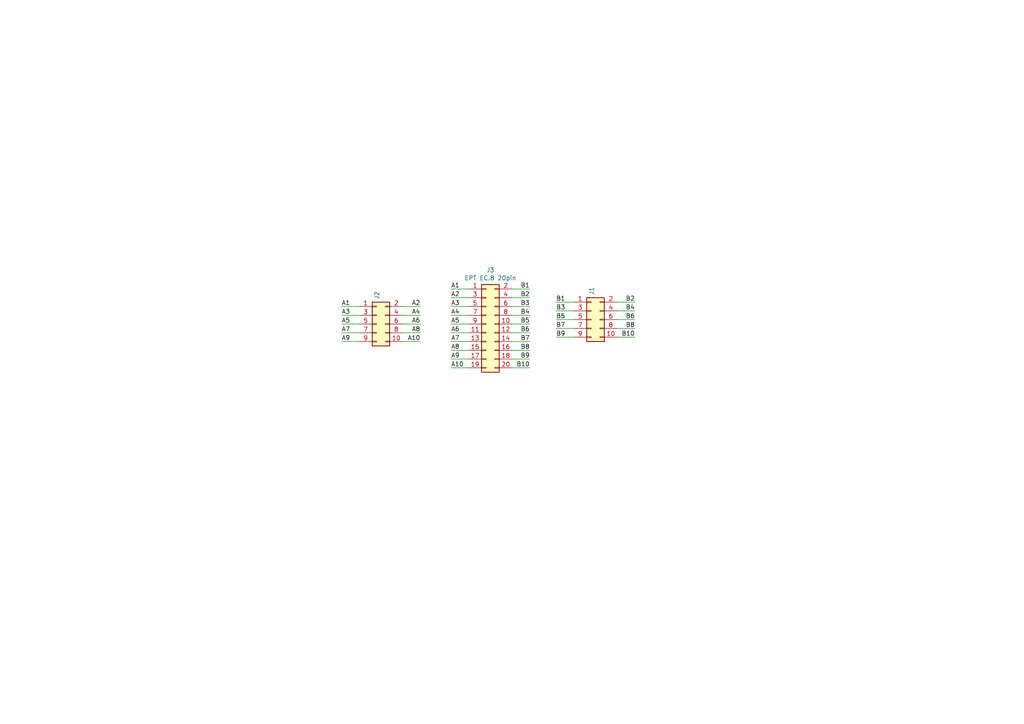
<source format=kicad_sch>
(kicad_sch (version 20200714) (host eeschema "(5.99.0-2820-g96f4e8f6f)")
  (page 1 1)
  (paper "A4")
  (lib_symbols
    (symbol "Connector_Generic:Conn_02x05_Odd_Even" (pin_names hide)
      (property "Reference" "J" (at 1.27 7.62 0))
      (property "Value" "Conn_02x05_Odd_Even" (at 1.27 -7.62 0))
      (symbol "Conn_02x05_Odd_Even_1_1"
        (rectangle (start -1.27 -4.953) (end 0 -5.207) (stroke (width 0.1524)))
        (rectangle (start -1.27 -2.413) (end 0 -2.667) (stroke (width 0.1524)))
        (rectangle (start -1.27 0.127) (end 0 -0.127) (stroke (width 0.1524)))
        (rectangle (start -1.27 2.667) (end 0 2.413) (stroke (width 0.1524)))
        (rectangle (start -1.27 5.207) (end 0 4.953) (stroke (width 0.1524)))
        (rectangle (start -1.27 6.35) (end 3.81 -6.35) (stroke (width 0.254)) (fill (type background)))
        (rectangle (start 3.81 -4.953) (end 2.54 -5.207) (stroke (width 0.1524)))
        (rectangle (start 3.81 -2.413) (end 2.54 -2.667) (stroke (width 0.1524)))
        (rectangle (start 3.81 0.127) (end 2.54 -0.127) (stroke (width 0.1524)))
        (rectangle (start 3.81 2.667) (end 2.54 2.413) (stroke (width 0.1524)))
        (rectangle (start 3.81 5.207) (end 2.54 4.953) (stroke (width 0.1524)))
        (pin passive line (at -5.08 5.08 0) (length 3.81) (name "Pin_1") (number "1"))
        (pin passive line (at 7.62 -5.08 180) (length 3.81) (name "Pin_10") (number "10"))
        (pin passive line (at 7.62 5.08 180) (length 3.81) (name "Pin_2") (number "2"))
        (pin passive line (at -5.08 2.54 0) (length 3.81) (name "Pin_3") (number "3"))
        (pin passive line (at 7.62 2.54 180) (length 3.81) (name "Pin_4") (number "4"))
        (pin passive line (at -5.08 0 0) (length 3.81) (name "Pin_5") (number "5"))
        (pin passive line (at 7.62 0 180) (length 3.81) (name "Pin_6") (number "6"))
        (pin passive line (at -5.08 -2.54 0) (length 3.81) (name "Pin_7") (number "7"))
        (pin passive line (at 7.62 -2.54 180) (length 3.81) (name "Pin_8") (number "8"))
        (pin passive line (at -5.08 -5.08 0) (length 3.81) (name "Pin_9") (number "9"))
      )
    )
    (symbol "Connector_Generic:Conn_02x10_Odd_Even" (pin_names hide)
      (property "Reference" "J" (at 1.27 12.7 0))
      (property "Value" "Conn_02x10_Odd_Even" (at 1.27 -15.24 0))
      (symbol "Conn_02x10_Odd_Even_1_1"
        (rectangle (start -1.27 -12.573) (end 0 -12.827) (stroke (width 0.1524)))
        (rectangle (start -1.27 -10.033) (end 0 -10.287) (stroke (width 0.1524)))
        (rectangle (start -1.27 -7.493) (end 0 -7.747) (stroke (width 0.1524)))
        (rectangle (start -1.27 -4.953) (end 0 -5.207) (stroke (width 0.1524)))
        (rectangle (start -1.27 -2.413) (end 0 -2.667) (stroke (width 0.1524)))
        (rectangle (start -1.27 0.127) (end 0 -0.127) (stroke (width 0.1524)))
        (rectangle (start -1.27 2.667) (end 0 2.413) (stroke (width 0.1524)))
        (rectangle (start -1.27 5.207) (end 0 4.953) (stroke (width 0.1524)))
        (rectangle (start -1.27 7.747) (end 0 7.493) (stroke (width 0.1524)))
        (rectangle (start -1.27 10.287) (end 0 10.033) (stroke (width 0.1524)))
        (rectangle (start -1.27 11.43) (end 3.81 -13.97) (stroke (width 0.254)) (fill (type background)))
        (rectangle (start 3.81 -12.573) (end 2.54 -12.827) (stroke (width 0.1524)))
        (rectangle (start 3.81 -10.033) (end 2.54 -10.287) (stroke (width 0.1524)))
        (rectangle (start 3.81 -7.493) (end 2.54 -7.747) (stroke (width 0.1524)))
        (rectangle (start 3.81 -4.953) (end 2.54 -5.207) (stroke (width 0.1524)))
        (rectangle (start 3.81 -2.413) (end 2.54 -2.667) (stroke (width 0.1524)))
        (rectangle (start 3.81 0.127) (end 2.54 -0.127) (stroke (width 0.1524)))
        (rectangle (start 3.81 2.667) (end 2.54 2.413) (stroke (width 0.1524)))
        (rectangle (start 3.81 5.207) (end 2.54 4.953) (stroke (width 0.1524)))
        (rectangle (start 3.81 7.747) (end 2.54 7.493) (stroke (width 0.1524)))
        (rectangle (start 3.81 10.287) (end 2.54 10.033) (stroke (width 0.1524)))
        (pin passive line (at -5.08 10.16 0) (length 3.81) (name "Pin_1") (number "1"))
        (pin passive line (at 7.62 0 180) (length 3.81) (name "Pin_10") (number "10"))
        (pin passive line (at -5.08 -2.54 0) (length 3.81) (name "Pin_11") (number "11"))
        (pin passive line (at 7.62 -2.54 180) (length 3.81) (name "Pin_12") (number "12"))
        (pin passive line (at -5.08 -5.08 0) (length 3.81) (name "Pin_13") (number "13"))
        (pin passive line (at 7.62 -5.08 180) (length 3.81) (name "Pin_14") (number "14"))
        (pin passive line (at -5.08 -7.62 0) (length 3.81) (name "Pin_15") (number "15"))
        (pin passive line (at 7.62 -7.62 180) (length 3.81) (name "Pin_16") (number "16"))
        (pin passive line (at -5.08 -10.16 0) (length 3.81) (name "Pin_17") (number "17"))
        (pin passive line (at 7.62 -10.16 180) (length 3.81) (name "Pin_18") (number "18"))
        (pin passive line (at -5.08 -12.7 0) (length 3.81) (name "Pin_19") (number "19"))
        (pin passive line (at 7.62 10.16 180) (length 3.81) (name "Pin_2") (number "2"))
        (pin passive line (at 7.62 -12.7 180) (length 3.81) (name "Pin_20") (number "20"))
        (pin passive line (at -5.08 7.62 0) (length 3.81) (name "Pin_3") (number "3"))
        (pin passive line (at 7.62 7.62 180) (length 3.81) (name "Pin_4") (number "4"))
        (pin passive line (at -5.08 5.08 0) (length 3.81) (name "Pin_5") (number "5"))
        (pin passive line (at 7.62 5.08 180) (length 3.81) (name "Pin_6") (number "6"))
        (pin passive line (at -5.08 2.54 0) (length 3.81) (name "Pin_7") (number "7"))
        (pin passive line (at 7.62 2.54 180) (length 3.81) (name "Pin_8") (number "8"))
        (pin passive line (at -5.08 0 0) (length 3.81) (name "Pin_9") (number "9"))
      )
    )
  )
  (wire (pts (xy 99.06 88.9) (xy 104.14 88.9)))
  (wire (pts (xy 99.06 91.44) (xy 104.14 91.44)))
  (wire (pts (xy 99.06 93.98) (xy 104.14 93.98)))
  (wire (pts (xy 99.06 96.52) (xy 104.14 96.52)))
  (wire (pts (xy 99.06 99.06) (xy 104.14 99.06)))
  (wire (pts (xy 116.84 88.9) (xy 121.92 88.9)))
  (wire (pts (xy 116.84 91.44) (xy 121.92 91.44)))
  (wire (pts (xy 116.84 93.98) (xy 121.92 93.98)))
  (wire (pts (xy 116.84 96.52) (xy 121.92 96.52)))
  (wire (pts (xy 116.84 99.06) (xy 121.92 99.06)))
  (wire (pts (xy 130.81 83.82) (xy 135.89 83.82)))
  (wire (pts (xy 130.81 86.36) (xy 135.89 86.36)))
  (wire (pts (xy 130.81 88.9) (xy 135.89 88.9)))
  (wire (pts (xy 130.81 91.44) (xy 135.89 91.44)))
  (wire (pts (xy 130.81 93.98) (xy 135.89 93.98)))
  (wire (pts (xy 130.81 96.52) (xy 135.89 96.52)))
  (wire (pts (xy 130.81 99.06) (xy 135.89 99.06)))
  (wire (pts (xy 130.81 101.6) (xy 135.89 101.6)))
  (wire (pts (xy 130.81 104.14) (xy 135.89 104.14)))
  (wire (pts (xy 130.81 106.68) (xy 135.89 106.68)))
  (wire (pts (xy 148.59 83.82) (xy 153.67 83.82)))
  (wire (pts (xy 148.59 86.36) (xy 153.67 86.36)))
  (wire (pts (xy 148.59 88.9) (xy 153.67 88.9)))
  (wire (pts (xy 148.59 91.44) (xy 153.67 91.44)))
  (wire (pts (xy 148.59 93.98) (xy 153.67 93.98)))
  (wire (pts (xy 148.59 96.52) (xy 153.67 96.52)))
  (wire (pts (xy 148.59 99.06) (xy 153.67 99.06)))
  (wire (pts (xy 148.59 101.6) (xy 153.67 101.6)))
  (wire (pts (xy 148.59 104.14) (xy 153.67 104.14)))
  (wire (pts (xy 148.59 106.68) (xy 153.67 106.68)))
  (wire (pts (xy 161.29 87.63) (xy 166.37 87.63)))
  (wire (pts (xy 161.29 90.17) (xy 166.37 90.17)))
  (wire (pts (xy 161.29 92.71) (xy 166.37 92.71)))
  (wire (pts (xy 161.29 95.25) (xy 166.37 95.25)))
  (wire (pts (xy 161.29 97.79) (xy 166.37 97.79)))
  (wire (pts (xy 179.07 87.63) (xy 184.15 87.63)))
  (wire (pts (xy 179.07 90.17) (xy 184.15 90.17)))
  (wire (pts (xy 179.07 92.71) (xy 184.15 92.71)))
  (wire (pts (xy 179.07 95.25) (xy 184.15 95.25)))
  (wire (pts (xy 179.07 97.79) (xy 184.15 97.79)))
  (label "A1" (at 99.06 88.9 0))
  (label "A3" (at 99.06 91.44 0))
  (label "A5" (at 99.06 93.98 0))
  (label "A7" (at 99.06 96.52 0))
  (label "A9" (at 99.06 99.06 0))
  (label "A2" (at 121.92 88.9 180))
  (label "A4" (at 121.92 91.44 180))
  (label "A6" (at 121.92 93.98 180))
  (label "A8" (at 121.92 96.52 180))
  (label "A10" (at 121.92 99.06 180))
  (label "A1" (at 130.81 83.82 0))
  (label "A2" (at 130.81 86.36 0))
  (label "A3" (at 130.81 88.9 0))
  (label "A4" (at 130.81 91.44 0))
  (label "A5" (at 130.81 93.98 0))
  (label "A6" (at 130.81 96.52 0))
  (label "A7" (at 130.81 99.06 0))
  (label "A8" (at 130.81 101.6 0))
  (label "A9" (at 130.81 104.14 0))
  (label "A10" (at 130.81 106.68 0))
  (label "B1" (at 153.67 83.82 180))
  (label "B2" (at 153.67 86.36 180))
  (label "B3" (at 153.67 88.9 180))
  (label "B4" (at 153.67 91.44 180))
  (label "B5" (at 153.67 93.98 180))
  (label "B6" (at 153.67 96.52 180))
  (label "B7" (at 153.67 99.06 180))
  (label "B8" (at 153.67 101.6 180))
  (label "B9" (at 153.67 104.14 180))
  (label "B10" (at 153.67 106.68 180))
  (label "B1" (at 161.29 87.63 0))
  (label "B3" (at 161.29 90.17 0))
  (label "B5" (at 161.29 92.71 0))
  (label "B7" (at 161.29 95.25 0))
  (label "B9" (at 161.29 97.79 0))
  (label "B2" (at 184.15 87.63 180))
  (label "B4" (at 184.15 90.17 180))
  (label "B6" (at 184.15 92.71 180))
  (label "B8" (at 184.15 95.25 180))
  (label "B10" (at 184.15 97.79 180))
  (symbol (lib_id "Connector_Generic:Conn_02x05_Odd_Even") (at 109.22 93.98 0) (unit 1)
    (property "Reference" "J2" (at 109.3406 86.8679 90) (effects (justify left)))
    (property "Value" "Conn_02x05_Odd_Even" (effects hide))
    (property "Footprint" "Connector_PinHeader_2.54mm:PinHeader_2x05_P2.54mm_Vertical" (effects hide))
  )
  (symbol (lib_id "Connector_Generic:Conn_02x05_Odd_Even") (at 171.45 92.71 0) (unit 1)
    (property "Reference" "J1" (at 171.5706 85.5979 90) (effects (justify left)))
    (property "Value" "Conn_02x05_Odd_Even" (effects hide))
    (property "Footprint" "Connector_PinHeader_2.54mm:PinHeader_2x05_P2.54mm_Vertical" (effects hide))
  )
  (symbol (lib_id "Connector_Generic:Conn_02x10_Odd_Even") (at 140.97 93.98 0) (unit 1)
    (property "Reference" "J3" (at 142.24 78.3398 0))
    (property "Value" "EPT EC.8 20pin" (at 142.24 80.638 0))
    (property "Footprint" "common_footprints:EPT_EC.8_20pin" (effects hide))
    (property "Reichelt" "EC.8 20" (effects hide))
  )
)
</source>
